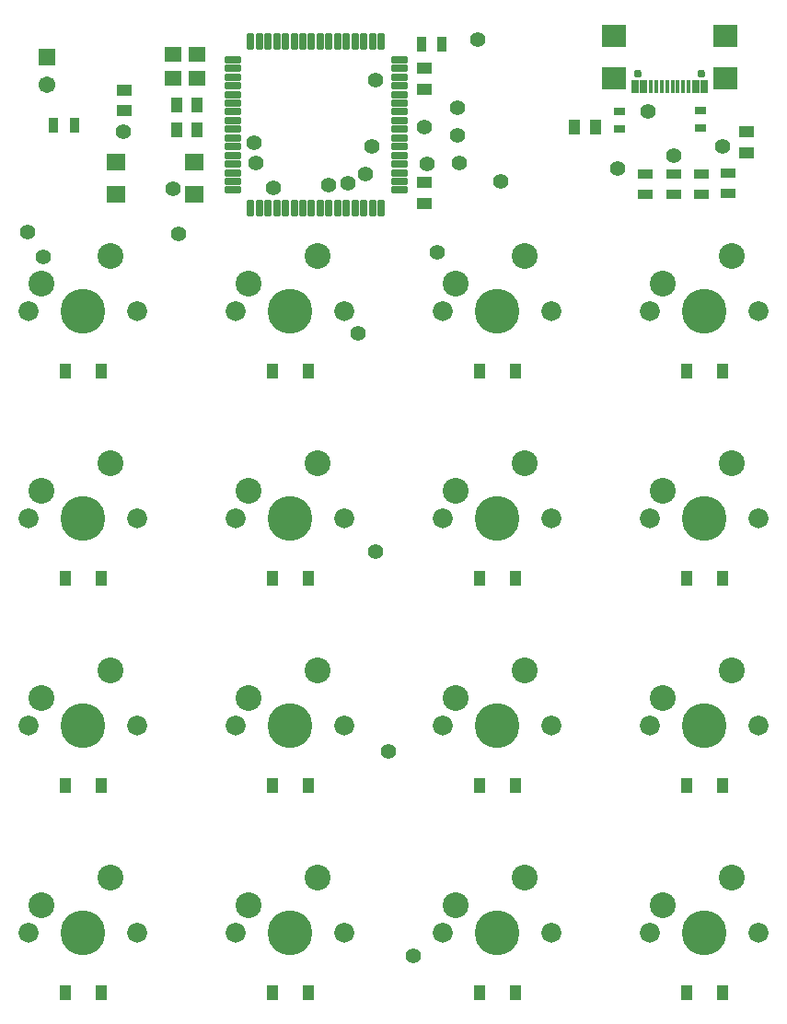
<source format=gbr>
G04*
G04 #@! TF.GenerationSoftware,Altium Limited,Altium Designer,22.4.2 (48)*
G04*
G04 Layer_Color=16711935*
%FSLAX25Y25*%
%MOIN*%
G70*
G04*
G04 #@! TF.SameCoordinates,D4448EEE-889B-48FB-A541-E9576EB43F8F*
G04*
G04*
G04 #@! TF.FilePolarity,Negative*
G04*
G01*
G75*
%ADD16R,0.05630X0.03268*%
%ADD17R,0.05630X0.04055*%
%ADD18R,0.04055X0.05630*%
%ADD19C,0.09370*%
%ADD20C,0.07205*%
%ADD21C,0.16212*%
%ADD22C,0.03032*%
%ADD23C,0.06087*%
%ADD24R,0.06087X0.06087*%
%ADD25C,0.05512*%
%ADD48R,0.09095X0.08386*%
%ADD49R,0.01693X0.05039*%
%ADD50R,0.02874X0.05039*%
G04:AMPARAMS|DCode=51|XSize=62.99mil|YSize=26.77mil|CornerRadius=5.27mil|HoleSize=0mil|Usage=FLASHONLY|Rotation=0.000|XOffset=0mil|YOffset=0mil|HoleType=Round|Shape=RoundedRectangle|*
%AMROUNDEDRECTD51*
21,1,0.06299,0.01624,0,0,0.0*
21,1,0.05246,0.02677,0,0,0.0*
1,1,0.01053,0.02623,-0.00812*
1,1,0.01053,-0.02623,-0.00812*
1,1,0.01053,-0.02623,0.00812*
1,1,0.01053,0.02623,0.00812*
%
%ADD51ROUNDEDRECTD51*%
G04:AMPARAMS|DCode=52|XSize=62.99mil|YSize=26.77mil|CornerRadius=5.27mil|HoleSize=0mil|Usage=FLASHONLY|Rotation=90.000|XOffset=0mil|YOffset=0mil|HoleType=Round|Shape=RoundedRectangle|*
%AMROUNDEDRECTD52*
21,1,0.06299,0.01624,0,0,90.0*
21,1,0.05246,0.02677,0,0,90.0*
1,1,0.01053,0.00812,0.02623*
1,1,0.01053,0.00812,-0.02623*
1,1,0.01053,-0.00812,-0.02623*
1,1,0.01053,-0.00812,0.02623*
%
%ADD52ROUNDEDRECTD52*%
%ADD53R,0.03268X0.05630*%
%ADD54R,0.04095X0.05315*%
%ADD55R,0.06811X0.06024*%
%ADD56R,0.06024X0.05236*%
%ADD57R,0.04449X0.03071*%
D16*
X471654Y337402D02*
D03*
Y344882D02*
D03*
X481676Y337402D02*
D03*
Y344882D02*
D03*
X461417Y337402D02*
D03*
Y344882D02*
D03*
X491339Y337795D02*
D03*
Y345276D02*
D03*
D17*
X498032Y352576D02*
D03*
Y360056D02*
D03*
X272835Y367717D02*
D03*
Y375197D02*
D03*
X381496Y383054D02*
D03*
Y375574D02*
D03*
Y334252D02*
D03*
Y341732D02*
D03*
D18*
X435827Y361811D02*
D03*
X443307D02*
D03*
X291732Y360810D02*
D03*
X299213D02*
D03*
X291732Y369685D02*
D03*
X299213D02*
D03*
D19*
X242874Y305276D02*
D03*
X267756Y315276D02*
D03*
X342756D02*
D03*
X317874Y305276D02*
D03*
X392874D02*
D03*
X417756Y315276D02*
D03*
X492756D02*
D03*
X467874Y305276D02*
D03*
X242874Y230276D02*
D03*
X267756Y240276D02*
D03*
X342756D02*
D03*
X317874Y230276D02*
D03*
X392874D02*
D03*
X417756Y240276D02*
D03*
X492756D02*
D03*
X467874Y230276D02*
D03*
X242874Y155276D02*
D03*
X267756Y165276D02*
D03*
X342756D02*
D03*
X317874Y155276D02*
D03*
X392874D02*
D03*
X417756Y165276D02*
D03*
X492756D02*
D03*
X467874Y155276D02*
D03*
X242874Y80276D02*
D03*
X267756Y90276D02*
D03*
X342756D02*
D03*
X317874Y80276D02*
D03*
X392874D02*
D03*
X417756Y90276D02*
D03*
X492756D02*
D03*
X467874Y80276D02*
D03*
D20*
X277559Y295276D02*
D03*
X238189D02*
D03*
X313189D02*
D03*
X352559D02*
D03*
X427559D02*
D03*
X388189D02*
D03*
X463189D02*
D03*
X502559D02*
D03*
X277559Y220276D02*
D03*
X238189D02*
D03*
X313189D02*
D03*
X352559D02*
D03*
X427559D02*
D03*
X388189D02*
D03*
X463189D02*
D03*
X502559D02*
D03*
X277559Y145276D02*
D03*
X238189D02*
D03*
X313189D02*
D03*
X352559D02*
D03*
X427559D02*
D03*
X388189D02*
D03*
X463189D02*
D03*
X502559D02*
D03*
X277559Y70276D02*
D03*
X238189D02*
D03*
X313189D02*
D03*
X352559D02*
D03*
X427559D02*
D03*
X388189D02*
D03*
X463189D02*
D03*
X502559D02*
D03*
D21*
X257874Y295276D02*
D03*
X332874D02*
D03*
X407874D02*
D03*
X482874D02*
D03*
X257874Y220276D02*
D03*
X332874D02*
D03*
X407874D02*
D03*
X482874D02*
D03*
X257874Y145276D02*
D03*
X332874D02*
D03*
X407874D02*
D03*
X482874D02*
D03*
X257874Y70276D02*
D03*
X332874D02*
D03*
X407874D02*
D03*
X482874D02*
D03*
D22*
X481713Y381279D02*
D03*
X458957D02*
D03*
D23*
X244882Y377165D02*
D03*
D24*
Y387165D02*
D03*
D25*
X381398Y361910D02*
D03*
X363681Y378937D02*
D03*
X382382Y348425D02*
D03*
X362303Y354921D02*
D03*
X237697Y323917D02*
D03*
X292421Y323228D02*
D03*
X386122Y316634D02*
D03*
X400787Y393307D02*
D03*
X393307Y368898D02*
D03*
Y358661D02*
D03*
X409293Y342126D02*
D03*
X272441Y360236D02*
D03*
X377559Y61811D02*
D03*
X394094Y348819D02*
D03*
X368522Y135809D02*
D03*
X363779Y208268D02*
D03*
X357480Y287008D02*
D03*
X360236Y344882D02*
D03*
X326772Y339764D02*
D03*
X243307Y314961D02*
D03*
X451575Y346850D02*
D03*
X489370Y354724D02*
D03*
X290551Y339370D02*
D03*
X320472Y348819D02*
D03*
X319685Y356299D02*
D03*
X353937Y341339D02*
D03*
X346850Y340945D02*
D03*
X462598Y367323D02*
D03*
X471654Y351575D02*
D03*
D48*
X490453Y394783D02*
D03*
X450216D02*
D03*
X490453Y379311D02*
D03*
X450216D02*
D03*
D49*
X471319Y376358D02*
D03*
X469350D02*
D03*
X473287D02*
D03*
X467382D02*
D03*
X475256D02*
D03*
X465413D02*
D03*
X477224D02*
D03*
X463445D02*
D03*
D50*
X482933D02*
D03*
X479783D02*
D03*
X460886D02*
D03*
X457736D02*
D03*
D51*
X311991Y338976D02*
D03*
Y342126D02*
D03*
Y345276D02*
D03*
Y348425D02*
D03*
Y351575D02*
D03*
Y354724D02*
D03*
Y357874D02*
D03*
Y361024D02*
D03*
Y364173D02*
D03*
Y367323D02*
D03*
Y370472D02*
D03*
Y373622D02*
D03*
Y376772D02*
D03*
Y379921D02*
D03*
Y383071D02*
D03*
Y386221D02*
D03*
X372385D02*
D03*
Y383071D02*
D03*
Y379921D02*
D03*
Y376772D02*
D03*
Y373622D02*
D03*
Y370472D02*
D03*
Y367323D02*
D03*
Y364173D02*
D03*
Y361024D02*
D03*
Y357874D02*
D03*
Y354724D02*
D03*
Y351575D02*
D03*
Y348425D02*
D03*
Y345276D02*
D03*
Y342126D02*
D03*
Y338976D02*
D03*
D52*
X365810Y332402D02*
D03*
X362660D02*
D03*
X359511D02*
D03*
X356361D02*
D03*
X353212D02*
D03*
X350062D02*
D03*
X346912D02*
D03*
X343763D02*
D03*
X340613D02*
D03*
X337464D02*
D03*
X334314D02*
D03*
X331164D02*
D03*
X328015D02*
D03*
X324865D02*
D03*
X321716D02*
D03*
X318566D02*
D03*
Y392795D02*
D03*
X321716D02*
D03*
X324865D02*
D03*
X328015D02*
D03*
X331164D02*
D03*
X334314D02*
D03*
X337464D02*
D03*
X340613D02*
D03*
X343763D02*
D03*
X346912D02*
D03*
X350062D02*
D03*
X353212D02*
D03*
X356361D02*
D03*
X359511D02*
D03*
X362660D02*
D03*
X365810D02*
D03*
D53*
X254724Y362340D02*
D03*
X247244D02*
D03*
X380315Y391732D02*
D03*
X387795D02*
D03*
D54*
X326437Y273622D02*
D03*
X339311D02*
D03*
X489311Y48622D02*
D03*
X476437D02*
D03*
X414311D02*
D03*
X401437D02*
D03*
X339311D02*
D03*
X326437D02*
D03*
X264311D02*
D03*
X251437D02*
D03*
X489311Y123622D02*
D03*
X476437D02*
D03*
X414311D02*
D03*
X401437D02*
D03*
X339311D02*
D03*
X326437D02*
D03*
X264311D02*
D03*
X251437D02*
D03*
X489311Y198622D02*
D03*
X476437D02*
D03*
X414311D02*
D03*
X401437D02*
D03*
X339311D02*
D03*
X326437D02*
D03*
X264311D02*
D03*
X251437D02*
D03*
X264311Y273622D02*
D03*
X251437D02*
D03*
X489311D02*
D03*
X476437D02*
D03*
X414311D02*
D03*
X401437D02*
D03*
D55*
X298031Y337402D02*
D03*
X269685D02*
D03*
X298031Y349213D02*
D03*
X269685D02*
D03*
D56*
X290551Y379528D02*
D03*
X299213D02*
D03*
X290551Y388189D02*
D03*
X299213D02*
D03*
D57*
X481496Y367717D02*
D03*
Y361614D02*
D03*
X451968Y367323D02*
D03*
Y361221D02*
D03*
M02*

</source>
